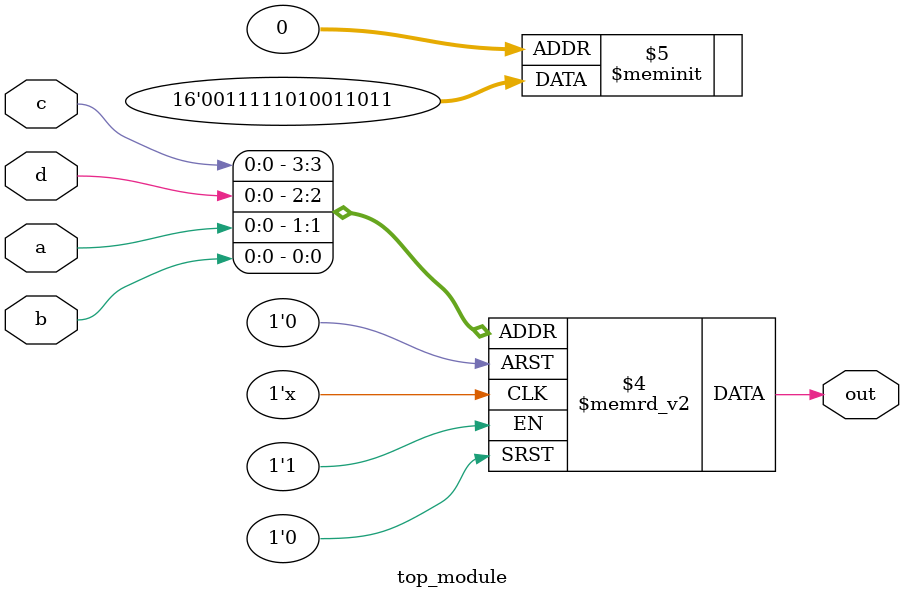
<source format=sv>
module top_module (
    input a, 
    input b,
    input c,
    input d,
    output reg out
);

    always @(*) begin
        case ({c, d, a, b})
            4'b0000: out = 1;
            4'b0001: out = 1;
            4'b0010: out = 0;
            4'b0011: out = 1;
            4'b0100: out = 1;
            4'b0101: out = 0;
            4'b0110: out = 0;
            4'b0111: out = 1;
            4'b1000: out = 0;
            4'b1001: out = 1;
            4'b1010: out = 1;
            4'b1011: out = 1;
            4'b1100: out = 1;
            4'b1101: out = 1;
            4'b1110: out = 0;
            4'b1111: out = 0;
            default: out = 0;
        endcase
    end

endmodule

</source>
